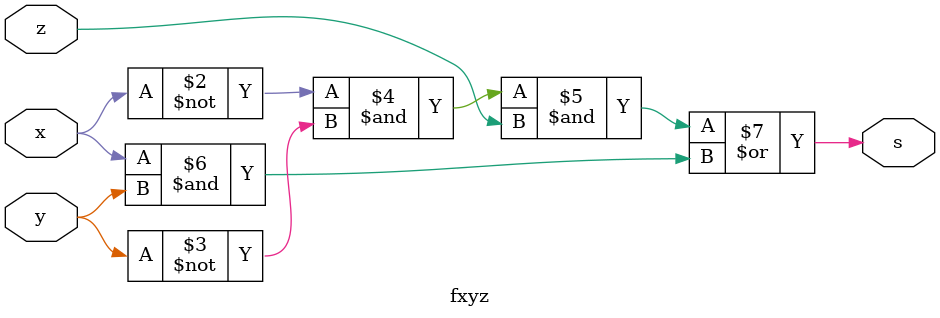
<source format=v>
/*
	Guia_0601a.v
	842536 - Mateus Henrique Medeiros Diniz
*/

module Guia_0601a;
	reg x, y, z;
	wire s;
	reg[2 : 0] m;
	
	fxyz f (s, x, y, z);
	
	initial 
	begin: main
		integer i;
		
		$display("s = (~x & ~y & z) | (x & y)");
		
		$display("m x y z | s");
		$monitor("%d %b %b %b | %b", m, x, y, z, s);
		
		m = 0;
		x = 0;
		y = 0;
		z = 0;
		
		for(i = 0; i < 7; i++) begin
			#1
			z = ~z;
			
			if((i + 1) % 2 == 0) begin
				y = ~y;
			end
			
			if((i + 1) % 4 == 0) begin
				x = ~x;
			end
			
			m++;
		end
	end
endmodule

module fxyz (output s, input x, y, z);
	assign s = (~x & ~y & z) | (x & y);
endmodule
</source>
